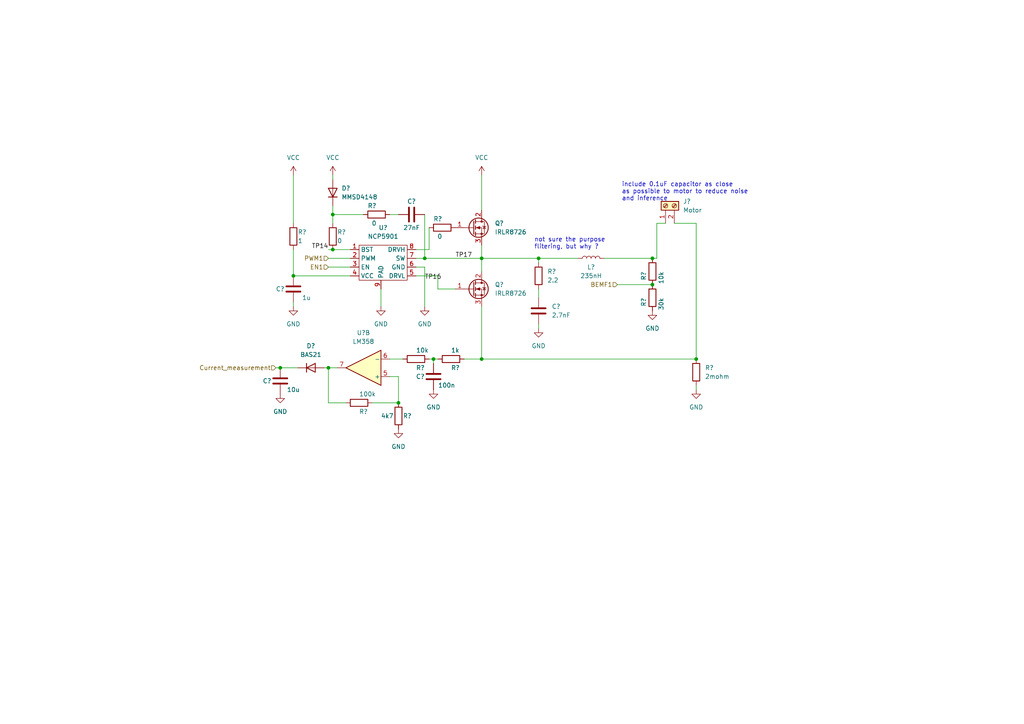
<source format=kicad_sch>
(kicad_sch (version 20211123) (generator eeschema)

  (uuid c4e99f79-f22c-4d14-a351-7dc4eeb7ad3d)

  (paper "A4")

  (lib_symbols
    (symbol "Amplifier_Operational:LM358" (pin_names (offset 0.127)) (in_bom yes) (on_board yes)
      (property "Reference" "U" (id 0) (at 0 5.08 0)
        (effects (font (size 1.27 1.27)) (justify left))
      )
      (property "Value" "LM358" (id 1) (at 0 -5.08 0)
        (effects (font (size 1.27 1.27)) (justify left))
      )
      (property "Footprint" "" (id 2) (at 0 0 0)
        (effects (font (size 1.27 1.27)) hide)
      )
      (property "Datasheet" "http://www.ti.com/lit/ds/symlink/lm2904-n.pdf" (id 3) (at 0 0 0)
        (effects (font (size 1.27 1.27)) hide)
      )
      (property "ki_locked" "" (id 4) (at 0 0 0)
        (effects (font (size 1.27 1.27)))
      )
      (property "ki_keywords" "dual opamp" (id 5) (at 0 0 0)
        (effects (font (size 1.27 1.27)) hide)
      )
      (property "ki_description" "Low-Power, Dual Operational Amplifiers, DIP-8/SOIC-8/TO-99-8" (id 6) (at 0 0 0)
        (effects (font (size 1.27 1.27)) hide)
      )
      (property "ki_fp_filters" "SOIC*3.9x4.9mm*P1.27mm* DIP*W7.62mm* TO*99* OnSemi*Micro8* TSSOP*3x3mm*P0.65mm* TSSOP*4.4x3mm*P0.65mm* MSOP*3x3mm*P0.65mm* SSOP*3.9x4.9mm*P0.635mm* LFCSP*2x2mm*P0.5mm* *SIP* SOIC*5.3x6.2mm*P1.27mm*" (id 7) (at 0 0 0)
        (effects (font (size 1.27 1.27)) hide)
      )
      (symbol "LM358_1_1"
        (polyline
          (pts
            (xy -5.08 5.08)
            (xy 5.08 0)
            (xy -5.08 -5.08)
            (xy -5.08 5.08)
          )
          (stroke (width 0.254) (type default) (color 0 0 0 0))
          (fill (type background))
        )
        (pin output line (at 7.62 0 180) (length 2.54)
          (name "~" (effects (font (size 1.27 1.27))))
          (number "1" (effects (font (size 1.27 1.27))))
        )
        (pin input line (at -7.62 -2.54 0) (length 2.54)
          (name "-" (effects (font (size 1.27 1.27))))
          (number "2" (effects (font (size 1.27 1.27))))
        )
        (pin input line (at -7.62 2.54 0) (length 2.54)
          (name "+" (effects (font (size 1.27 1.27))))
          (number "3" (effects (font (size 1.27 1.27))))
        )
      )
      (symbol "LM358_2_1"
        (polyline
          (pts
            (xy -5.08 5.08)
            (xy 5.08 0)
            (xy -5.08 -5.08)
            (xy -5.08 5.08)
          )
          (stroke (width 0.254) (type default) (color 0 0 0 0))
          (fill (type background))
        )
        (pin input line (at -7.62 2.54 0) (length 2.54)
          (name "+" (effects (font (size 1.27 1.27))))
          (number "5" (effects (font (size 1.27 1.27))))
        )
        (pin input line (at -7.62 -2.54 0) (length 2.54)
          (name "-" (effects (font (size 1.27 1.27))))
          (number "6" (effects (font (size 1.27 1.27))))
        )
        (pin output line (at 7.62 0 180) (length 2.54)
          (name "~" (effects (font (size 1.27 1.27))))
          (number "7" (effects (font (size 1.27 1.27))))
        )
      )
      (symbol "LM358_3_1"
        (pin power_in line (at -2.54 -7.62 90) (length 3.81)
          (name "V-" (effects (font (size 1.27 1.27))))
          (number "4" (effects (font (size 1.27 1.27))))
        )
        (pin power_in line (at -2.54 7.62 270) (length 3.81)
          (name "V+" (effects (font (size 1.27 1.27))))
          (number "8" (effects (font (size 1.27 1.27))))
        )
      )
    )
    (symbol "Connector:Screw_Terminal_01x02" (pin_names (offset 1.016) hide) (in_bom yes) (on_board yes)
      (property "Reference" "J" (id 0) (at 0 2.54 0)
        (effects (font (size 1.27 1.27)))
      )
      (property "Value" "Screw_Terminal_01x02" (id 1) (at 0 -5.08 0)
        (effects (font (size 1.27 1.27)))
      )
      (property "Footprint" "" (id 2) (at 0 0 0)
        (effects (font (size 1.27 1.27)) hide)
      )
      (property "Datasheet" "~" (id 3) (at 0 0 0)
        (effects (font (size 1.27 1.27)) hide)
      )
      (property "ki_keywords" "screw terminal" (id 4) (at 0 0 0)
        (effects (font (size 1.27 1.27)) hide)
      )
      (property "ki_description" "Generic screw terminal, single row, 01x02, script generated (kicad-library-utils/schlib/autogen/connector/)" (id 5) (at 0 0 0)
        (effects (font (size 1.27 1.27)) hide)
      )
      (property "ki_fp_filters" "TerminalBlock*:*" (id 6) (at 0 0 0)
        (effects (font (size 1.27 1.27)) hide)
      )
      (symbol "Screw_Terminal_01x02_1_1"
        (rectangle (start -1.27 1.27) (end 1.27 -3.81)
          (stroke (width 0.254) (type default) (color 0 0 0 0))
          (fill (type background))
        )
        (circle (center 0 -2.54) (radius 0.635)
          (stroke (width 0.1524) (type default) (color 0 0 0 0))
          (fill (type none))
        )
        (polyline
          (pts
            (xy -0.5334 -2.2098)
            (xy 0.3302 -3.048)
          )
          (stroke (width 0.1524) (type default) (color 0 0 0 0))
          (fill (type none))
        )
        (polyline
          (pts
            (xy -0.5334 0.3302)
            (xy 0.3302 -0.508)
          )
          (stroke (width 0.1524) (type default) (color 0 0 0 0))
          (fill (type none))
        )
        (polyline
          (pts
            (xy -0.3556 -2.032)
            (xy 0.508 -2.8702)
          )
          (stroke (width 0.1524) (type default) (color 0 0 0 0))
          (fill (type none))
        )
        (polyline
          (pts
            (xy -0.3556 0.508)
            (xy 0.508 -0.3302)
          )
          (stroke (width 0.1524) (type default) (color 0 0 0 0))
          (fill (type none))
        )
        (circle (center 0 0) (radius 0.635)
          (stroke (width 0.1524) (type default) (color 0 0 0 0))
          (fill (type none))
        )
        (pin passive line (at -5.08 0 0) (length 3.81)
          (name "Pin_1" (effects (font (size 1.27 1.27))))
          (number "1" (effects (font (size 1.27 1.27))))
        )
        (pin passive line (at -5.08 -2.54 0) (length 3.81)
          (name "Pin_2" (effects (font (size 1.27 1.27))))
          (number "2" (effects (font (size 1.27 1.27))))
        )
      )
    )
    (symbol "Device:C" (pin_numbers hide) (pin_names (offset 0.254)) (in_bom yes) (on_board yes)
      (property "Reference" "C" (id 0) (at 0.635 2.54 0)
        (effects (font (size 1.27 1.27)) (justify left))
      )
      (property "Value" "C" (id 1) (at 0.635 -2.54 0)
        (effects (font (size 1.27 1.27)) (justify left))
      )
      (property "Footprint" "" (id 2) (at 0.9652 -3.81 0)
        (effects (font (size 1.27 1.27)) hide)
      )
      (property "Datasheet" "~" (id 3) (at 0 0 0)
        (effects (font (size 1.27 1.27)) hide)
      )
      (property "ki_keywords" "cap capacitor" (id 4) (at 0 0 0)
        (effects (font (size 1.27 1.27)) hide)
      )
      (property "ki_description" "Unpolarized capacitor" (id 5) (at 0 0 0)
        (effects (font (size 1.27 1.27)) hide)
      )
      (property "ki_fp_filters" "C_*" (id 6) (at 0 0 0)
        (effects (font (size 1.27 1.27)) hide)
      )
      (symbol "C_0_1"
        (polyline
          (pts
            (xy -2.032 -0.762)
            (xy 2.032 -0.762)
          )
          (stroke (width 0.508) (type default) (color 0 0 0 0))
          (fill (type none))
        )
        (polyline
          (pts
            (xy -2.032 0.762)
            (xy 2.032 0.762)
          )
          (stroke (width 0.508) (type default) (color 0 0 0 0))
          (fill (type none))
        )
      )
      (symbol "C_1_1"
        (pin passive line (at 0 3.81 270) (length 2.794)
          (name "~" (effects (font (size 1.27 1.27))))
          (number "1" (effects (font (size 1.27 1.27))))
        )
        (pin passive line (at 0 -3.81 90) (length 2.794)
          (name "~" (effects (font (size 1.27 1.27))))
          (number "2" (effects (font (size 1.27 1.27))))
        )
      )
    )
    (symbol "Device:L" (pin_numbers hide) (pin_names (offset 1.016) hide) (in_bom yes) (on_board yes)
      (property "Reference" "L" (id 0) (at -1.27 0 90)
        (effects (font (size 1.27 1.27)))
      )
      (property "Value" "L" (id 1) (at 1.905 0 90)
        (effects (font (size 1.27 1.27)))
      )
      (property "Footprint" "" (id 2) (at 0 0 0)
        (effects (font (size 1.27 1.27)) hide)
      )
      (property "Datasheet" "~" (id 3) (at 0 0 0)
        (effects (font (size 1.27 1.27)) hide)
      )
      (property "ki_keywords" "inductor choke coil reactor magnetic" (id 4) (at 0 0 0)
        (effects (font (size 1.27 1.27)) hide)
      )
      (property "ki_description" "Inductor" (id 5) (at 0 0 0)
        (effects (font (size 1.27 1.27)) hide)
      )
      (property "ki_fp_filters" "Choke_* *Coil* Inductor_* L_*" (id 6) (at 0 0 0)
        (effects (font (size 1.27 1.27)) hide)
      )
      (symbol "L_0_1"
        (arc (start 0 -2.54) (mid 0.635 -1.905) (end 0 -1.27)
          (stroke (width 0) (type default) (color 0 0 0 0))
          (fill (type none))
        )
        (arc (start 0 -1.27) (mid 0.635 -0.635) (end 0 0)
          (stroke (width 0) (type default) (color 0 0 0 0))
          (fill (type none))
        )
        (arc (start 0 0) (mid 0.635 0.635) (end 0 1.27)
          (stroke (width 0) (type default) (color 0 0 0 0))
          (fill (type none))
        )
        (arc (start 0 1.27) (mid 0.635 1.905) (end 0 2.54)
          (stroke (width 0) (type default) (color 0 0 0 0))
          (fill (type none))
        )
      )
      (symbol "L_1_1"
        (pin passive line (at 0 3.81 270) (length 1.27)
          (name "1" (effects (font (size 1.27 1.27))))
          (number "1" (effects (font (size 1.27 1.27))))
        )
        (pin passive line (at 0 -3.81 90) (length 1.27)
          (name "2" (effects (font (size 1.27 1.27))))
          (number "2" (effects (font (size 1.27 1.27))))
        )
      )
    )
    (symbol "Device:Q_NMOS_GDS" (pin_names (offset 0) hide) (in_bom yes) (on_board yes)
      (property "Reference" "Q" (id 0) (at 5.08 1.27 0)
        (effects (font (size 1.27 1.27)) (justify left))
      )
      (property "Value" "Q_NMOS_GDS" (id 1) (at 5.08 -1.27 0)
        (effects (font (size 1.27 1.27)) (justify left))
      )
      (property "Footprint" "" (id 2) (at 5.08 2.54 0)
        (effects (font (size 1.27 1.27)) hide)
      )
      (property "Datasheet" "~" (id 3) (at 0 0 0)
        (effects (font (size 1.27 1.27)) hide)
      )
      (property "ki_keywords" "transistor NMOS N-MOS N-MOSFET" (id 4) (at 0 0 0)
        (effects (font (size 1.27 1.27)) hide)
      )
      (property "ki_description" "N-MOSFET transistor, gate/drain/source" (id 5) (at 0 0 0)
        (effects (font (size 1.27 1.27)) hide)
      )
      (symbol "Q_NMOS_GDS_0_1"
        (polyline
          (pts
            (xy 0.254 0)
            (xy -2.54 0)
          )
          (stroke (width 0) (type default) (color 0 0 0 0))
          (fill (type none))
        )
        (polyline
          (pts
            (xy 0.254 1.905)
            (xy 0.254 -1.905)
          )
          (stroke (width 0.254) (type default) (color 0 0 0 0))
          (fill (type none))
        )
        (polyline
          (pts
            (xy 0.762 -1.27)
            (xy 0.762 -2.286)
          )
          (stroke (width 0.254) (type default) (color 0 0 0 0))
          (fill (type none))
        )
        (polyline
          (pts
            (xy 0.762 0.508)
            (xy 0.762 -0.508)
          )
          (stroke (width 0.254) (type default) (color 0 0 0 0))
          (fill (type none))
        )
        (polyline
          (pts
            (xy 0.762 2.286)
            (xy 0.762 1.27)
          )
          (stroke (width 0.254) (type default) (color 0 0 0 0))
          (fill (type none))
        )
        (polyline
          (pts
            (xy 2.54 2.54)
            (xy 2.54 1.778)
          )
          (stroke (width 0) (type default) (color 0 0 0 0))
          (fill (type none))
        )
        (polyline
          (pts
            (xy 2.54 -2.54)
            (xy 2.54 0)
            (xy 0.762 0)
          )
          (stroke (width 0) (type default) (color 0 0 0 0))
          (fill (type none))
        )
        (polyline
          (pts
            (xy 0.762 -1.778)
            (xy 3.302 -1.778)
            (xy 3.302 1.778)
            (xy 0.762 1.778)
          )
          (stroke (width 0) (type default) (color 0 0 0 0))
          (fill (type none))
        )
        (polyline
          (pts
            (xy 1.016 0)
            (xy 2.032 0.381)
            (xy 2.032 -0.381)
            (xy 1.016 0)
          )
          (stroke (width 0) (type default) (color 0 0 0 0))
          (fill (type outline))
        )
        (polyline
          (pts
            (xy 2.794 0.508)
            (xy 2.921 0.381)
            (xy 3.683 0.381)
            (xy 3.81 0.254)
          )
          (stroke (width 0) (type default) (color 0 0 0 0))
          (fill (type none))
        )
        (polyline
          (pts
            (xy 3.302 0.381)
            (xy 2.921 -0.254)
            (xy 3.683 -0.254)
            (xy 3.302 0.381)
          )
          (stroke (width 0) (type default) (color 0 0 0 0))
          (fill (type none))
        )
        (circle (center 1.651 0) (radius 2.794)
          (stroke (width 0.254) (type default) (color 0 0 0 0))
          (fill (type none))
        )
        (circle (center 2.54 -1.778) (radius 0.254)
          (stroke (width 0) (type default) (color 0 0 0 0))
          (fill (type outline))
        )
        (circle (center 2.54 1.778) (radius 0.254)
          (stroke (width 0) (type default) (color 0 0 0 0))
          (fill (type outline))
        )
      )
      (symbol "Q_NMOS_GDS_1_1"
        (pin input line (at -5.08 0 0) (length 2.54)
          (name "G" (effects (font (size 1.27 1.27))))
          (number "1" (effects (font (size 1.27 1.27))))
        )
        (pin passive line (at 2.54 5.08 270) (length 2.54)
          (name "D" (effects (font (size 1.27 1.27))))
          (number "2" (effects (font (size 1.27 1.27))))
        )
        (pin passive line (at 2.54 -5.08 90) (length 2.54)
          (name "S" (effects (font (size 1.27 1.27))))
          (number "3" (effects (font (size 1.27 1.27))))
        )
      )
    )
    (symbol "Device:R" (pin_numbers hide) (pin_names (offset 0)) (in_bom yes) (on_board yes)
      (property "Reference" "R" (id 0) (at 2.032 0 90)
        (effects (font (size 1.27 1.27)))
      )
      (property "Value" "R" (id 1) (at 0 0 90)
        (effects (font (size 1.27 1.27)))
      )
      (property "Footprint" "" (id 2) (at -1.778 0 90)
        (effects (font (size 1.27 1.27)) hide)
      )
      (property "Datasheet" "~" (id 3) (at 0 0 0)
        (effects (font (size 1.27 1.27)) hide)
      )
      (property "ki_keywords" "R res resistor" (id 4) (at 0 0 0)
        (effects (font (size 1.27 1.27)) hide)
      )
      (property "ki_description" "Resistor" (id 5) (at 0 0 0)
        (effects (font (size 1.27 1.27)) hide)
      )
      (property "ki_fp_filters" "R_*" (id 6) (at 0 0 0)
        (effects (font (size 1.27 1.27)) hide)
      )
      (symbol "R_0_1"
        (rectangle (start -1.016 -2.54) (end 1.016 2.54)
          (stroke (width 0.254) (type default) (color 0 0 0 0))
          (fill (type none))
        )
      )
      (symbol "R_1_1"
        (pin passive line (at 0 3.81 270) (length 1.27)
          (name "~" (effects (font (size 1.27 1.27))))
          (number "1" (effects (font (size 1.27 1.27))))
        )
        (pin passive line (at 0 -3.81 90) (length 1.27)
          (name "~" (effects (font (size 1.27 1.27))))
          (number "2" (effects (font (size 1.27 1.27))))
        )
      )
    )
    (symbol "Diode:BAS21" (pin_numbers hide) (pin_names hide) (in_bom yes) (on_board yes)
      (property "Reference" "D" (id 0) (at 0 2.54 0)
        (effects (font (size 1.27 1.27)))
      )
      (property "Value" "BAS21" (id 1) (at 0 -2.54 0)
        (effects (font (size 1.27 1.27)))
      )
      (property "Footprint" "Package_TO_SOT_SMD:SOT-23" (id 2) (at 0 -4.445 0)
        (effects (font (size 1.27 1.27)) hide)
      )
      (property "Datasheet" "https://www.diodes.com/assets/Datasheets/Ds12004.pdf" (id 3) (at 0 0 0)
        (effects (font (size 1.27 1.27)) hide)
      )
      (property "ki_keywords" "diode" (id 4) (at 0 0 0)
        (effects (font (size 1.27 1.27)) hide)
      )
      (property "ki_description" "250V, 0.4A, High-speed Switching Diode, SOT-23" (id 5) (at 0 0 0)
        (effects (font (size 1.27 1.27)) hide)
      )
      (property "ki_fp_filters" "SOT?23*" (id 6) (at 0 0 0)
        (effects (font (size 1.27 1.27)) hide)
      )
      (symbol "BAS21_0_1"
        (polyline
          (pts
            (xy -1.27 1.27)
            (xy -1.27 -1.27)
          )
          (stroke (width 0.254) (type default) (color 0 0 0 0))
          (fill (type none))
        )
        (polyline
          (pts
            (xy 1.27 0)
            (xy -1.27 0)
          )
          (stroke (width 0) (type default) (color 0 0 0 0))
          (fill (type none))
        )
        (polyline
          (pts
            (xy 1.27 1.27)
            (xy 1.27 -1.27)
            (xy -1.27 0)
            (xy 1.27 1.27)
          )
          (stroke (width 0.254) (type default) (color 0 0 0 0))
          (fill (type none))
        )
      )
      (symbol "BAS21_1_1"
        (pin passive line (at 3.81 0 180) (length 2.54)
          (name "A" (effects (font (size 1.27 1.27))))
          (number "1" (effects (font (size 1.27 1.27))))
        )
        (pin no_connect line (at -1.27 0 0) (length 2.54) hide
          (name "NC" (effects (font (size 1.27 1.27))))
          (number "2" (effects (font (size 1.27 1.27))))
        )
        (pin passive line (at -3.81 0 0) (length 2.54)
          (name "K" (effects (font (size 1.27 1.27))))
          (number "3" (effects (font (size 1.27 1.27))))
        )
      )
    )
    (symbol "Diode:MMSD4148" (pin_numbers hide) (pin_names (offset 1.016) hide) (in_bom yes) (on_board yes)
      (property "Reference" "D" (id 0) (at 0 2.54 0)
        (effects (font (size 1.27 1.27)))
      )
      (property "Value" "MMSD4148" (id 1) (at 0 -2.54 0)
        (effects (font (size 1.27 1.27)))
      )
      (property "Footprint" "Diode_SMD:D_SOD-123" (id 2) (at 0 -4.445 0)
        (effects (font (size 1.27 1.27)) hide)
      )
      (property "Datasheet" "https://www.onsemi.com/pub/Collateral/MMSD4148T1-D.PDF" (id 3) (at 0 0 0)
        (effects (font (size 1.27 1.27)) hide)
      )
      (property "ki_keywords" "diode" (id 4) (at 0 0 0)
        (effects (font (size 1.27 1.27)) hide)
      )
      (property "ki_description" "100V 200mA Switching Diode, SOD-123" (id 5) (at 0 0 0)
        (effects (font (size 1.27 1.27)) hide)
      )
      (property "ki_fp_filters" "D*SOD?123*" (id 6) (at 0 0 0)
        (effects (font (size 1.27 1.27)) hide)
      )
      (symbol "MMSD4148_0_1"
        (polyline
          (pts
            (xy -1.27 1.27)
            (xy -1.27 -1.27)
          )
          (stroke (width 0.254) (type default) (color 0 0 0 0))
          (fill (type none))
        )
        (polyline
          (pts
            (xy 1.27 0)
            (xy -1.27 0)
          )
          (stroke (width 0) (type default) (color 0 0 0 0))
          (fill (type none))
        )
        (polyline
          (pts
            (xy 1.27 1.27)
            (xy 1.27 -1.27)
            (xy -1.27 0)
            (xy 1.27 1.27)
          )
          (stroke (width 0.254) (type default) (color 0 0 0 0))
          (fill (type none))
        )
      )
      (symbol "MMSD4148_1_1"
        (pin passive line (at -3.81 0 0) (length 2.54)
          (name "K" (effects (font (size 1.27 1.27))))
          (number "1" (effects (font (size 1.27 1.27))))
        )
        (pin passive line (at 3.81 0 180) (length 2.54)
          (name "A" (effects (font (size 1.27 1.27))))
          (number "2" (effects (font (size 1.27 1.27))))
        )
      )
    )
    (symbol "NCP5901_1" (in_bom yes) (on_board yes)
      (property "Reference" "U?" (id 0) (at 0 2.54 0)
        (effects (font (size 1.27 1.27)))
      )
      (property "Value" "NCP5901_1" (id 1) (at 1.27 5.08 0)
        (effects (font (size 1.27 1.27)))
      )
      (property "Footprint" "" (id 2) (at -1.27 10.16 0)
        (effects (font (size 1.27 1.27)) hide)
      )
      (property "Datasheet" "" (id 3) (at -1.27 10.16 0)
        (effects (font (size 1.27 1.27)) hide)
      )
      (symbol "NCP5901_1_0_1"
        (rectangle (start -6.35 3.81) (end 7.62 -6.35)
          (stroke (width 0) (type default) (color 0 0 0 0))
          (fill (type none))
        )
      )
      (symbol "NCP5901_1_1_1"
        (pin input line (at -8.89 2.54 0) (length 2.54)
          (name "BST" (effects (font (size 1.27 1.27))))
          (number "1" (effects (font (size 1.27 1.27))))
        )
        (pin input line (at -8.89 0 0) (length 2.54)
          (name "PWM" (effects (font (size 1.27 1.27))))
          (number "2" (effects (font (size 1.27 1.27))))
        )
        (pin input line (at -8.89 -2.54 0) (length 2.54)
          (name "EN" (effects (font (size 1.27 1.27))))
          (number "3" (effects (font (size 1.27 1.27))))
        )
        (pin input line (at -8.89 -5.08 0) (length 2.54)
          (name "VCC" (effects (font (size 1.27 1.27))))
          (number "4" (effects (font (size 1.27 1.27))))
        )
        (pin input line (at 10.16 -5.08 180) (length 2.54)
          (name "DRVL" (effects (font (size 1.27 1.27))))
          (number "5" (effects (font (size 1.27 1.27))))
        )
        (pin input line (at 10.16 -2.54 180) (length 2.54)
          (name "GND" (effects (font (size 1.27 1.27))))
          (number "6" (effects (font (size 1.27 1.27))))
        )
        (pin input line (at 10.16 0 180) (length 2.54)
          (name "SW" (effects (font (size 1.27 1.27))))
          (number "7" (effects (font (size 1.27 1.27))))
        )
        (pin input line (at 10.16 2.54 180) (length 2.54)
          (name "DRVH" (effects (font (size 1.27 1.27))))
          (number "8" (effects (font (size 1.27 1.27))))
        )
        (pin input line (at 0 -8.89 90) (length 2.54)
          (name "PAD" (effects (font (size 1.27 1.27))))
          (number "9" (effects (font (size 1.27 1.27))))
        )
      )
    )
    (symbol "power:GND" (power) (pin_names (offset 0)) (in_bom yes) (on_board yes)
      (property "Reference" "#PWR" (id 0) (at 0 -6.35 0)
        (effects (font (size 1.27 1.27)) hide)
      )
      (property "Value" "GND" (id 1) (at 0 -3.81 0)
        (effects (font (size 1.27 1.27)))
      )
      (property "Footprint" "" (id 2) (at 0 0 0)
        (effects (font (size 1.27 1.27)) hide)
      )
      (property "Datasheet" "" (id 3) (at 0 0 0)
        (effects (font (size 1.27 1.27)) hide)
      )
      (property "ki_keywords" "power-flag" (id 4) (at 0 0 0)
        (effects (font (size 1.27 1.27)) hide)
      )
      (property "ki_description" "Power symbol creates a global label with name \"GND\" , ground" (id 5) (at 0 0 0)
        (effects (font (size 1.27 1.27)) hide)
      )
      (symbol "GND_0_1"
        (polyline
          (pts
            (xy 0 0)
            (xy 0 -1.27)
            (xy 1.27 -1.27)
            (xy 0 -2.54)
            (xy -1.27 -1.27)
            (xy 0 -1.27)
          )
          (stroke (width 0) (type default) (color 0 0 0 0))
          (fill (type none))
        )
      )
      (symbol "GND_1_1"
        (pin power_in line (at 0 0 270) (length 0) hide
          (name "GND" (effects (font (size 1.27 1.27))))
          (number "1" (effects (font (size 1.27 1.27))))
        )
      )
    )
    (symbol "power:VCC" (power) (pin_names (offset 0)) (in_bom yes) (on_board yes)
      (property "Reference" "#PWR" (id 0) (at 0 -3.81 0)
        (effects (font (size 1.27 1.27)) hide)
      )
      (property "Value" "VCC" (id 1) (at 0 3.81 0)
        (effects (font (size 1.27 1.27)))
      )
      (property "Footprint" "" (id 2) (at 0 0 0)
        (effects (font (size 1.27 1.27)) hide)
      )
      (property "Datasheet" "" (id 3) (at 0 0 0)
        (effects (font (size 1.27 1.27)) hide)
      )
      (property "ki_keywords" "power-flag" (id 4) (at 0 0 0)
        (effects (font (size 1.27 1.27)) hide)
      )
      (property "ki_description" "Power symbol creates a global label with name \"VCC\"" (id 5) (at 0 0 0)
        (effects (font (size 1.27 1.27)) hide)
      )
      (symbol "VCC_0_1"
        (polyline
          (pts
            (xy -0.762 1.27)
            (xy 0 2.54)
          )
          (stroke (width 0) (type default) (color 0 0 0 0))
          (fill (type none))
        )
        (polyline
          (pts
            (xy 0 0)
            (xy 0 2.54)
          )
          (stroke (width 0) (type default) (color 0 0 0 0))
          (fill (type none))
        )
        (polyline
          (pts
            (xy 0 2.54)
            (xy 0.762 1.27)
          )
          (stroke (width 0) (type default) (color 0 0 0 0))
          (fill (type none))
        )
      )
      (symbol "VCC_1_1"
        (pin power_in line (at 0 0 90) (length 0) hide
          (name "VCC" (effects (font (size 1.27 1.27))))
          (number "1" (effects (font (size 1.27 1.27))))
        )
      )
    )
  )

  (junction (at 123.19 74.93) (diameter 0) (color 0 0 0 0)
    (uuid 03a6a5e6-4ebb-46e5-ac51-49423ce7b71a)
  )
  (junction (at 96.52 72.39) (diameter 0) (color 0 0 0 0)
    (uuid 14f5cc6a-5348-45eb-b5ad-659e6275c2a3)
  )
  (junction (at 125.73 104.14) (diameter 0) (color 0 0 0 0)
    (uuid 20ffac99-f35f-4c47-806d-9f3ac6408964)
  )
  (junction (at 85.09 80.01) (diameter 0) (color 0 0 0 0)
    (uuid 3f21b4cf-050a-4447-b134-099665ac42b3)
  )
  (junction (at 115.57 116.84) (diameter 0) (color 0 0 0 0)
    (uuid 45d47fe3-c3b2-4d4e-9838-f8329e5211af)
  )
  (junction (at 139.7 104.14) (diameter 0) (color 0 0 0 0)
    (uuid 4ba59ae1-c771-4d01-8640-2f033ecbc1a3)
  )
  (junction (at 189.23 74.93) (diameter 0) (color 0 0 0 0)
    (uuid 525ab6b7-6e3e-4588-9f9e-70a98853cb65)
  )
  (junction (at 156.21 74.93) (diameter 0) (color 0 0 0 0)
    (uuid 5d9c1ec3-1d4c-4767-8cad-930f8d9b4f6d)
  )
  (junction (at 96.52 62.23) (diameter 0) (color 0 0 0 0)
    (uuid 6352b0cf-5a97-4db6-adc4-a7734abccdb4)
  )
  (junction (at 139.7 74.93) (diameter 0) (color 0 0 0 0)
    (uuid 66122b22-3143-4233-8367-cb78f05766e1)
  )
  (junction (at 81.28 106.68) (diameter 0) (color 0 0 0 0)
    (uuid 6c333931-b919-4147-bace-28e5059ce9c3)
  )
  (junction (at 201.93 104.14) (diameter 0) (color 0 0 0 0)
    (uuid c0980a3a-5e8a-4941-a41f-2e7db7f2dd26)
  )
  (junction (at 95.25 106.68) (diameter 0) (color 0 0 0 0)
    (uuid ce489faf-45da-44c4-8c7e-abb7ca7b8c49)
  )
  (junction (at 189.23 82.55) (diameter 0) (color 0 0 0 0)
    (uuid d3db940d-d680-4c8c-a956-456b1bd418d6)
  )

  (wire (pts (xy 85.09 50.8) (xy 85.09 64.77))
    (stroke (width 0) (type default) (color 0 0 0 0))
    (uuid 0821a91e-fde1-44d5-88cf-a4d34bf8cfc6)
  )
  (wire (pts (xy 85.09 80.01) (xy 101.6 80.01))
    (stroke (width 0) (type default) (color 0 0 0 0))
    (uuid 0cf22a85-bbe7-4e49-8b9d-5af6fb573401)
  )
  (wire (pts (xy 139.7 74.93) (xy 156.21 74.93))
    (stroke (width 0) (type default) (color 0 0 0 0))
    (uuid 0fc9cd0a-15af-491c-929b-5003830ca128)
  )
  (wire (pts (xy 189.23 74.93) (xy 190.5 74.93))
    (stroke (width 0) (type default) (color 0 0 0 0))
    (uuid 132cd136-1759-41c1-8c6c-9d3fe0f460e7)
  )
  (wire (pts (xy 123.19 74.93) (xy 123.19 62.23))
    (stroke (width 0) (type default) (color 0 0 0 0))
    (uuid 18acb492-716a-494a-8929-3c7f63cb2f8a)
  )
  (wire (pts (xy 127 80.01) (xy 127 83.82))
    (stroke (width 0) (type default) (color 0 0 0 0))
    (uuid 1a80f660-25f3-48e8-952f-89111a33a38f)
  )
  (wire (pts (xy 156.21 93.98) (xy 156.21 95.25))
    (stroke (width 0) (type default) (color 0 0 0 0))
    (uuid 23c57a6e-6e75-43b7-9642-13b553203c82)
  )
  (wire (pts (xy 190.5 64.77) (xy 190.5 74.93))
    (stroke (width 0) (type default) (color 0 0 0 0))
    (uuid 2753a843-09ac-4d9f-a31e-5bdc9d33b084)
  )
  (wire (pts (xy 195.58 64.77) (xy 201.93 64.77))
    (stroke (width 0) (type default) (color 0 0 0 0))
    (uuid 2aff06dd-c3b5-493d-8fad-7986d0698162)
  )
  (wire (pts (xy 95.25 116.84) (xy 95.25 106.68))
    (stroke (width 0) (type default) (color 0 0 0 0))
    (uuid 2da5122d-30e0-41a8-956b-85b0d9b592f6)
  )
  (wire (pts (xy 113.03 104.14) (xy 116.84 104.14))
    (stroke (width 0) (type default) (color 0 0 0 0))
    (uuid 33979a0c-6b52-42cf-84eb-c3448a556a70)
  )
  (wire (pts (xy 201.93 111.76) (xy 201.93 113.03))
    (stroke (width 0) (type default) (color 0 0 0 0))
    (uuid 33bbc9d3-39b9-4207-9ca9-3267abb638e9)
  )
  (wire (pts (xy 120.65 74.93) (xy 123.19 74.93))
    (stroke (width 0) (type default) (color 0 0 0 0))
    (uuid 33f3a99a-8df0-41a5-be2d-1e3400ca68bb)
  )
  (wire (pts (xy 125.73 104.14) (xy 125.73 105.41))
    (stroke (width 0) (type default) (color 0 0 0 0))
    (uuid 3751595f-15d4-4887-84f0-83a062670f9c)
  )
  (wire (pts (xy 134.62 104.14) (xy 139.7 104.14))
    (stroke (width 0) (type default) (color 0 0 0 0))
    (uuid 3d46c041-56e9-4ac4-9841-b3a2c0f4e45e)
  )
  (wire (pts (xy 139.7 104.14) (xy 201.93 104.14))
    (stroke (width 0) (type default) (color 0 0 0 0))
    (uuid 418932ac-a1df-4fa2-abb2-8e70468d9e1c)
  )
  (wire (pts (xy 107.95 116.84) (xy 115.57 116.84))
    (stroke (width 0) (type default) (color 0 0 0 0))
    (uuid 4335abfb-00af-4766-93d5-d969c1b34ab0)
  )
  (wire (pts (xy 101.6 77.47) (xy 95.25 77.47))
    (stroke (width 0) (type default) (color 0 0 0 0))
    (uuid 44b8d4ec-c03f-487f-a782-f28083ef97a1)
  )
  (wire (pts (xy 179.07 82.55) (xy 189.23 82.55))
    (stroke (width 0) (type default) (color 0 0 0 0))
    (uuid 47cdf3be-aa0f-41b7-8541-8035650069a2)
  )
  (wire (pts (xy 127 83.82) (xy 132.08 83.82))
    (stroke (width 0) (type default) (color 0 0 0 0))
    (uuid 4ece50fa-7005-4669-adf7-9a16194f398a)
  )
  (wire (pts (xy 96.52 59.69) (xy 96.52 62.23))
    (stroke (width 0) (type default) (color 0 0 0 0))
    (uuid 500bf1cc-1e23-4472-9732-bac9dff01169)
  )
  (wire (pts (xy 110.49 88.9) (xy 110.49 83.82))
    (stroke (width 0) (type default) (color 0 0 0 0))
    (uuid 51bc7546-cbea-470a-bfcb-022afc860951)
  )
  (wire (pts (xy 127 104.14) (xy 125.73 104.14))
    (stroke (width 0) (type default) (color 0 0 0 0))
    (uuid 5a83c478-c98d-4120-9ecb-99e35fd2c85e)
  )
  (wire (pts (xy 96.52 62.23) (xy 96.52 64.77))
    (stroke (width 0) (type default) (color 0 0 0 0))
    (uuid 6487f2a2-e341-4174-9366-c62c0c740499)
  )
  (wire (pts (xy 96.52 50.8) (xy 96.52 52.07))
    (stroke (width 0) (type default) (color 0 0 0 0))
    (uuid 665a0625-20d9-42ae-a457-11d25aa5ed0f)
  )
  (wire (pts (xy 101.6 74.93) (xy 95.25 74.93))
    (stroke (width 0) (type default) (color 0 0 0 0))
    (uuid 6cc074b7-109d-46b1-af77-520b106aec05)
  )
  (wire (pts (xy 139.7 71.12) (xy 139.7 74.93))
    (stroke (width 0) (type default) (color 0 0 0 0))
    (uuid 7080533c-bf98-4985-a97e-c3db62cc0d61)
  )
  (wire (pts (xy 201.93 64.77) (xy 201.93 104.14))
    (stroke (width 0) (type default) (color 0 0 0 0))
    (uuid 73af1dd6-da80-4911-b66d-f106c0c35939)
  )
  (wire (pts (xy 123.19 74.93) (xy 139.7 74.93))
    (stroke (width 0) (type default) (color 0 0 0 0))
    (uuid 741d7623-cf63-4dae-a654-2b503453e65e)
  )
  (wire (pts (xy 80.01 106.68) (xy 81.28 106.68))
    (stroke (width 0) (type default) (color 0 0 0 0))
    (uuid 801dd6d5-4bdb-4bb9-be36-9cf40103594e)
  )
  (wire (pts (xy 95.25 106.68) (xy 97.79 106.68))
    (stroke (width 0) (type default) (color 0 0 0 0))
    (uuid 829a469e-e611-40c6-8458-403978c06ccf)
  )
  (wire (pts (xy 93.98 106.68) (xy 95.25 106.68))
    (stroke (width 0) (type default) (color 0 0 0 0))
    (uuid 83105dfd-eb39-433b-8ada-7c8a08960009)
  )
  (wire (pts (xy 120.65 72.39) (xy 124.46 72.39))
    (stroke (width 0) (type default) (color 0 0 0 0))
    (uuid 832f2ebe-661f-4bd6-92dc-9b89c5810828)
  )
  (wire (pts (xy 139.7 50.8) (xy 139.7 60.96))
    (stroke (width 0) (type default) (color 0 0 0 0))
    (uuid 893e8665-4cbe-4be0-8897-2e49f5ae61c0)
  )
  (wire (pts (xy 123.19 77.47) (xy 123.19 88.9))
    (stroke (width 0) (type default) (color 0 0 0 0))
    (uuid 8f2a9f1d-6071-4c8d-ae1f-21b0fcea3cbe)
  )
  (wire (pts (xy 124.46 104.14) (xy 125.73 104.14))
    (stroke (width 0) (type default) (color 0 0 0 0))
    (uuid 9359ae8e-2692-4ce0-b8af-090e61ba9565)
  )
  (wire (pts (xy 95.25 116.84) (xy 100.33 116.84))
    (stroke (width 0) (type default) (color 0 0 0 0))
    (uuid 96c0525e-ecca-49e6-9d10-a5f002497f2d)
  )
  (wire (pts (xy 139.7 88.9) (xy 139.7 104.14))
    (stroke (width 0) (type default) (color 0 0 0 0))
    (uuid 97fecf05-5c81-440b-89af-81913c97f06d)
  )
  (wire (pts (xy 95.25 72.39) (xy 96.52 72.39))
    (stroke (width 0) (type default) (color 0 0 0 0))
    (uuid 9d6c0e19-c261-4b44-b2b7-67291831397d)
  )
  (wire (pts (xy 81.28 106.68) (xy 86.36 106.68))
    (stroke (width 0) (type default) (color 0 0 0 0))
    (uuid a088564d-45e9-4a1e-97e5-e0f250e57974)
  )
  (wire (pts (xy 124.46 72.39) (xy 124.46 66.04))
    (stroke (width 0) (type default) (color 0 0 0 0))
    (uuid a41891fb-b44b-4044-ad78-9ecd7aa1abfd)
  )
  (wire (pts (xy 105.41 62.23) (xy 96.52 62.23))
    (stroke (width 0) (type default) (color 0 0 0 0))
    (uuid a4a99814-ca25-44e5-91d9-97876b50e1d6)
  )
  (wire (pts (xy 139.7 74.93) (xy 139.7 78.74))
    (stroke (width 0) (type default) (color 0 0 0 0))
    (uuid a6457385-4831-4835-8cfc-494bd07a5c8a)
  )
  (wire (pts (xy 113.03 62.23) (xy 115.57 62.23))
    (stroke (width 0) (type default) (color 0 0 0 0))
    (uuid a8eed9d5-941d-4c89-b477-a6eb3b4a6928)
  )
  (wire (pts (xy 85.09 72.39) (xy 85.09 80.01))
    (stroke (width 0) (type default) (color 0 0 0 0))
    (uuid c1c0faec-45ef-4cd7-af59-f984145d1eda)
  )
  (wire (pts (xy 190.5 64.77) (xy 193.04 64.77))
    (stroke (width 0) (type default) (color 0 0 0 0))
    (uuid c76da699-4e7d-4fca-80d1-ac8a88d44ceb)
  )
  (wire (pts (xy 115.57 109.22) (xy 115.57 116.84))
    (stroke (width 0) (type default) (color 0 0 0 0))
    (uuid c868c01c-0094-4f20-96cb-cf6c9c2fba92)
  )
  (wire (pts (xy 156.21 74.93) (xy 156.21 76.2))
    (stroke (width 0) (type default) (color 0 0 0 0))
    (uuid cfdfa8c8-35d8-45dc-a3f3-e836c8fa5543)
  )
  (wire (pts (xy 85.09 87.63) (xy 85.09 88.9))
    (stroke (width 0) (type default) (color 0 0 0 0))
    (uuid d65ededf-c841-4980-aeb1-a27b29ac0fa0)
  )
  (wire (pts (xy 120.65 77.47) (xy 123.19 77.47))
    (stroke (width 0) (type default) (color 0 0 0 0))
    (uuid d7185d8f-f1ed-43c8-be92-ad06fe24cde5)
  )
  (wire (pts (xy 96.52 72.39) (xy 101.6 72.39))
    (stroke (width 0) (type default) (color 0 0 0 0))
    (uuid e380a932-e6d6-41dc-80db-71ed1bdbd97d)
  )
  (wire (pts (xy 113.03 109.22) (xy 115.57 109.22))
    (stroke (width 0) (type default) (color 0 0 0 0))
    (uuid e5ea4cfb-2814-4a1f-9349-5d3f72d0a280)
  )
  (wire (pts (xy 156.21 83.82) (xy 156.21 86.36))
    (stroke (width 0) (type default) (color 0 0 0 0))
    (uuid ef0db0ce-f634-46ae-bf56-53d81139ca87)
  )
  (wire (pts (xy 120.65 80.01) (xy 127 80.01))
    (stroke (width 0) (type default) (color 0 0 0 0))
    (uuid f37bf3bd-4b63-4819-bd5a-c1246efc8995)
  )
  (wire (pts (xy 175.26 74.93) (xy 189.23 74.93))
    (stroke (width 0) (type default) (color 0 0 0 0))
    (uuid f5d3e87b-336f-4f9e-a70f-dcddd04e0227)
  )
  (wire (pts (xy 167.64 74.93) (xy 156.21 74.93))
    (stroke (width 0) (type default) (color 0 0 0 0))
    (uuid fa304a79-627e-40e2-957a-9c1bf1736039)
  )

  (text "include 0.1uF capacitor as close \nas possible to motor to reduce noise\nand inference"
    (at 180.34 58.42 0)
    (effects (font (size 1.27 1.27)) (justify left bottom))
    (uuid 25ddec48-21c9-4b5d-b76e-b52c28d4ff9f)
  )
  (text "not sure the purpose\nflitering, but why ?" (at 154.94 72.39 0)
    (effects (font (size 1.27 1.27)) (justify left bottom))
    (uuid d987cd19-4158-4a5e-908e-0586d4a99558)
  )

  (label "TP17" (at 132.08 74.93 0)
    (effects (font (size 1.27 1.27)) (justify left bottom))
    (uuid 251ea477-ca8d-410f-b1b3-02b065cc3063)
  )
  (label "TP16" (at 123.19 81.28 0)
    (effects (font (size 1.27 1.27)) (justify left bottom))
    (uuid 6966f764-6ca2-4e01-9975-ec7c81888a01)
  )
  (label "TP14" (at 95.25 72.39 180)
    (effects (font (size 1.27 1.27)) (justify right bottom))
    (uuid 79638acd-11a1-42ca-9b86-cfa442cf03dc)
  )

  (hierarchical_label "Current_measurement" (shape input) (at 80.01 106.68 180)
    (effects (font (size 1.27 1.27)) (justify right))
    (uuid 45ad7f60-1586-4f9d-8d3f-b30fe236e006)
  )
  (hierarchical_label "PWM1" (shape input) (at 95.25 74.93 180)
    (effects (font (size 1.27 1.27)) (justify right))
    (uuid 8f64c385-bb9a-4fa5-8de4-2aef346c27bd)
  )
  (hierarchical_label "BEMF1" (shape input) (at 179.07 82.55 180)
    (effects (font (size 1.27 1.27)) (justify right))
    (uuid a8bf04f8-911c-4c86-8ffc-d661627afddc)
  )
  (hierarchical_label "EN1" (shape input) (at 95.25 77.47 180)
    (effects (font (size 1.27 1.27)) (justify right))
    (uuid c15aacfe-9c7e-4223-b09d-b441a66532ad)
  )

  (symbol (lib_id "power:GND") (at 110.49 88.9 0) (unit 1)
    (in_bom yes) (on_board yes) (fields_autoplaced)
    (uuid 040a438d-493c-45de-bbbf-6a38fc5c5507)
    (property "Reference" "#PWR?" (id 0) (at 110.49 95.25 0)
      (effects (font (size 1.27 1.27)) hide)
    )
    (property "Value" "GND" (id 1) (at 110.49 93.98 0))
    (property "Footprint" "" (id 2) (at 110.49 88.9 0)
      (effects (font (size 1.27 1.27)) hide)
    )
    (property "Datasheet" "" (id 3) (at 110.49 88.9 0)
      (effects (font (size 1.27 1.27)) hide)
    )
    (pin "1" (uuid 22255efe-43ad-46a6-82c1-db77c61683f1))
  )

  (symbol (lib_id "Device:R") (at 120.65 104.14 270) (unit 1)
    (in_bom yes) (on_board yes)
    (uuid 054bdd61-075c-4d74-ab78-918085654073)
    (property "Reference" "R?" (id 0) (at 120.65 106.68 90)
      (effects (font (size 1.27 1.27)) (justify left))
    )
    (property "Value" "10k" (id 1) (at 120.65 101.6 90)
      (effects (font (size 1.27 1.27)) (justify left))
    )
    (property "Footprint" "Resistor_SMD:R_0603_1608Metric" (id 2) (at 120.65 102.362 90)
      (effects (font (size 1.27 1.27)) hide)
    )
    (property "Datasheet" "~" (id 3) (at 120.65 104.14 0)
      (effects (font (size 1.27 1.27)) hide)
    )
    (pin "1" (uuid 5c6b9330-24dd-48cc-904a-94b3c0a1a947))
    (pin "2" (uuid 72a44258-fad3-4f9e-b6ff-85f7a0e8fef4))
  )

  (symbol (lib_id "Device:C") (at 125.73 109.22 180) (unit 1)
    (in_bom yes) (on_board yes)
    (uuid 0591a61a-b2ff-4e5b-be00-1a4e46b48e9d)
    (property "Reference" "C?" (id 0) (at 121.92 109.22 0))
    (property "Value" "100n" (id 1) (at 129.54 111.76 0))
    (property "Footprint" "Capacitor_SMD:C_0603_1608Metric_Pad1.08x0.95mm_HandSolder" (id 2) (at 124.7648 105.41 0)
      (effects (font (size 1.27 1.27)) hide)
    )
    (property "Datasheet" "~" (id 3) (at 125.73 109.22 0)
      (effects (font (size 1.27 1.27)) hide)
    )
    (pin "1" (uuid 05219430-e0c9-4db7-944a-06d914af11a5))
    (pin "2" (uuid 4a03bf57-c9bc-4512-a7bc-36f5a09d6935))
  )

  (symbol (lib_id "Device:R") (at 189.23 78.74 180) (unit 1)
    (in_bom yes) (on_board yes)
    (uuid 05f2e618-ffe9-45f3-a8ac-52fc069efc7c)
    (property "Reference" "R?" (id 0) (at 186.69 78.74 90)
      (effects (font (size 1.27 1.27)) (justify left))
    )
    (property "Value" "10k" (id 1) (at 191.77 78.74 90)
      (effects (font (size 1.27 1.27)) (justify left))
    )
    (property "Footprint" "Resistor_SMD:R_0603_1608Metric" (id 2) (at 191.008 78.74 90)
      (effects (font (size 1.27 1.27)) hide)
    )
    (property "Datasheet" "~" (id 3) (at 189.23 78.74 0)
      (effects (font (size 1.27 1.27)) hide)
    )
    (pin "1" (uuid 3cff9632-c0d1-423d-b7ef-7c7f7b70ce8b))
    (pin "2" (uuid 36b50716-9abb-4c0a-bd6b-c62af13626ab))
  )

  (symbol (lib_id "Device:R") (at 201.93 107.95 0) (unit 1)
    (in_bom yes) (on_board yes) (fields_autoplaced)
    (uuid 19e88170-88b9-4731-ba08-a947a7eccd42)
    (property "Reference" "R?" (id 0) (at 204.47 106.6799 0)
      (effects (font (size 1.27 1.27)) (justify left))
    )
    (property "Value" "2mohm" (id 1) (at 204.47 109.2199 0)
      (effects (font (size 1.27 1.27)) (justify left))
    )
    (property "Footprint" "Resistor_SMD:R_2512_6332Metric_Pad1.40x3.35mm_HandSolder" (id 2) (at 200.152 107.95 90)
      (effects (font (size 1.27 1.27)) hide)
    )
    (property "Datasheet" "~" (id 3) (at 201.93 107.95 0)
      (effects (font (size 1.27 1.27)) hide)
    )
    (pin "1" (uuid 3f568a9c-0a20-410e-bbc4-184c52230511))
    (pin "2" (uuid 7cae3ceb-8a10-4ac4-b7de-33ea3e12d529))
  )

  (symbol (lib_id "power:GND") (at 125.73 113.03 0) (unit 1)
    (in_bom yes) (on_board yes)
    (uuid 21c3d731-d70a-4884-86df-10107d2d6d52)
    (property "Reference" "#PWR?" (id 0) (at 125.73 119.38 0)
      (effects (font (size 1.27 1.27)) hide)
    )
    (property "Value" "GND" (id 1) (at 125.73 118.11 0))
    (property "Footprint" "" (id 2) (at 125.73 113.03 0)
      (effects (font (size 1.27 1.27)) hide)
    )
    (property "Datasheet" "" (id 3) (at 125.73 113.03 0)
      (effects (font (size 1.27 1.27)) hide)
    )
    (pin "1" (uuid e3f9c19d-49ed-4e40-96fc-024c31789b7e))
  )

  (symbol (lib_id "Device:R") (at 85.09 68.58 0) (unit 1)
    (in_bom yes) (on_board yes)
    (uuid 41f7e1c7-832a-4d44-b602-ec846019d3f4)
    (property "Reference" "R?" (id 0) (at 86.36 67.31 0)
      (effects (font (size 1.27 1.27)) (justify left))
    )
    (property "Value" "1" (id 1) (at 86.36 69.85 0)
      (effects (font (size 1.27 1.27)) (justify left))
    )
    (property "Footprint" "Resistor_SMD:R_0603_1608Metric" (id 2) (at 83.312 68.58 90)
      (effects (font (size 1.27 1.27)) hide)
    )
    (property "Datasheet" "~" (id 3) (at 85.09 68.58 0)
      (effects (font (size 1.27 1.27)) hide)
    )
    (pin "1" (uuid 0fe1512b-d777-4854-b9d4-e062a435f64f))
    (pin "2" (uuid 1b447dd5-5779-498c-82d1-91f1dbe75cfb))
  )

  (symbol (lib_id "Device:C") (at 156.21 90.17 0) (unit 1)
    (in_bom yes) (on_board yes) (fields_autoplaced)
    (uuid 429129c8-c387-498b-98ab-83fdd86429b4)
    (property "Reference" "C?" (id 0) (at 160.02 88.8999 0)
      (effects (font (size 1.27 1.27)) (justify left))
    )
    (property "Value" "2.7nF" (id 1) (at 160.02 91.4399 0)
      (effects (font (size 1.27 1.27)) (justify left))
    )
    (property "Footprint" "Capacitor_SMD:C_0603_1608Metric_Pad1.08x0.95mm_HandSolder" (id 2) (at 157.1752 93.98 0)
      (effects (font (size 1.27 1.27)) hide)
    )
    (property "Datasheet" "~" (id 3) (at 156.21 90.17 0)
      (effects (font (size 1.27 1.27)) hide)
    )
    (pin "1" (uuid 68fb45c6-3868-4deb-9a5d-cb35c88042f1))
    (pin "2" (uuid a5e46a00-147f-4a9b-a3cc-2c70c4a0b53f))
  )

  (symbol (lib_id "power:GND") (at 85.09 88.9 0) (unit 1)
    (in_bom yes) (on_board yes) (fields_autoplaced)
    (uuid 45827fb6-012e-483e-b823-2864816a72b1)
    (property "Reference" "#PWR?" (id 0) (at 85.09 95.25 0)
      (effects (font (size 1.27 1.27)) hide)
    )
    (property "Value" "GND" (id 1) (at 85.09 93.98 0))
    (property "Footprint" "" (id 2) (at 85.09 88.9 0)
      (effects (font (size 1.27 1.27)) hide)
    )
    (property "Datasheet" "" (id 3) (at 85.09 88.9 0)
      (effects (font (size 1.27 1.27)) hide)
    )
    (pin "1" (uuid 4fd45f77-3ed4-4f28-b4f7-876ff958a540))
  )

  (symbol (lib_id "Connector:Screw_Terminal_01x02") (at 193.04 59.69 90) (unit 1)
    (in_bom yes) (on_board yes) (fields_autoplaced)
    (uuid 4ecb6de8-c22b-4afe-812d-df02ff7e4b65)
    (property "Reference" "J?" (id 0) (at 198.12 58.4199 90)
      (effects (font (size 1.27 1.27)) (justify right))
    )
    (property "Value" "Motor" (id 1) (at 198.12 60.9599 90)
      (effects (font (size 1.27 1.27)) (justify right))
    )
    (property "Footprint" "TerminalBlock:TerminalBlock_bornier-2_P5.08mm" (id 2) (at 193.04 59.69 0)
      (effects (font (size 1.27 1.27)) hide)
    )
    (property "Datasheet" "~" (id 3) (at 193.04 59.69 0)
      (effects (font (size 1.27 1.27)) hide)
    )
    (pin "1" (uuid 1b35e6bc-f875-4bad-9839-144c053d54ae))
    (pin "2" (uuid 981d7343-1945-40f4-b3c0-5975c37a6807))
  )

  (symbol (lib_id "power:GND") (at 156.21 95.25 0) (unit 1)
    (in_bom yes) (on_board yes)
    (uuid 55f9c09c-6380-4580-8605-d195137782c9)
    (property "Reference" "#PWR?" (id 0) (at 156.21 101.6 0)
      (effects (font (size 1.27 1.27)) hide)
    )
    (property "Value" "GND" (id 1) (at 156.21 100.33 0))
    (property "Footprint" "" (id 2) (at 156.21 95.25 0)
      (effects (font (size 1.27 1.27)) hide)
    )
    (property "Datasheet" "" (id 3) (at 156.21 95.25 0)
      (effects (font (size 1.27 1.27)) hide)
    )
    (pin "1" (uuid ab3a9192-fc13-4397-b471-70d208b5967e))
  )

  (symbol (lib_id "Device:C") (at 85.09 83.82 180) (unit 1)
    (in_bom yes) (on_board yes)
    (uuid 577372b4-bb3d-4b74-9651-d5762064a821)
    (property "Reference" "C?" (id 0) (at 81.28 83.82 0))
    (property "Value" "1u" (id 1) (at 88.9 86.36 0))
    (property "Footprint" "Capacitor_SMD:C_0603_1608Metric_Pad1.08x0.95mm_HandSolder" (id 2) (at 84.1248 80.01 0)
      (effects (font (size 1.27 1.27)) hide)
    )
    (property "Datasheet" "~" (id 3) (at 85.09 83.82 0)
      (effects (font (size 1.27 1.27)) hide)
    )
    (pin "1" (uuid 73c88656-7c20-4b60-915e-c154ac16a5f5))
    (pin "2" (uuid abd627b1-6972-4245-b8dc-6952c6ad227b))
  )

  (symbol (lib_id "Device:Q_NMOS_GDS") (at 137.16 66.04 0) (unit 1)
    (in_bom yes) (on_board yes) (fields_autoplaced)
    (uuid 5cddb29d-05d5-45e1-9615-1d529fc7c962)
    (property "Reference" "Q?" (id 0) (at 143.51 64.7699 0)
      (effects (font (size 1.27 1.27)) (justify left))
    )
    (property "Value" "IRLR8726" (id 1) (at 143.51 67.3099 0)
      (effects (font (size 1.27 1.27)) (justify left))
    )
    (property "Footprint" "Package_TO_SOT_SMD:TO-252-2" (id 2) (at 142.24 63.5 0)
      (effects (font (size 1.27 1.27)) hide)
    )
    (property "Datasheet" "~" (id 3) (at 137.16 66.04 0)
      (effects (font (size 1.27 1.27)) hide)
    )
    (pin "1" (uuid 189cff8a-f25e-499b-a381-a05b8ee8c6c6))
    (pin "2" (uuid e12e80d1-a603-469e-b463-589c624b9926))
    (pin "3" (uuid 6b5dbbbb-41ce-4e17-969a-d6b3e3a8b212))
  )

  (symbol (lib_id "Diode:MMSD4148") (at 96.52 55.88 90) (unit 1)
    (in_bom yes) (on_board yes) (fields_autoplaced)
    (uuid 62276b07-bfa1-47e2-bc4f-263c8df6c506)
    (property "Reference" "D?" (id 0) (at 99.06 54.6099 90)
      (effects (font (size 1.27 1.27)) (justify right))
    )
    (property "Value" "MMSD4148" (id 1) (at 99.06 57.1499 90)
      (effects (font (size 1.27 1.27)) (justify right))
    )
    (property "Footprint" "Diode_SMD:D_SOD-123" (id 2) (at 100.965 55.88 0)
      (effects (font (size 1.27 1.27)) hide)
    )
    (property "Datasheet" "https://www.onsemi.com/pub/Collateral/MMSD4148T1-D.PDF" (id 3) (at 96.52 55.88 0)
      (effects (font (size 1.27 1.27)) hide)
    )
    (pin "1" (uuid eaec69ac-6271-44bd-985b-fc818e04a793))
    (pin "2" (uuid fdbb00ae-5d3d-470f-850f-e97cc2f4d4c5))
  )

  (symbol (lib_id "Amplifier_Operational:LM358") (at 105.41 106.68 180) (unit 2)
    (in_bom yes) (on_board yes) (fields_autoplaced)
    (uuid 69b0b3e0-cb74-4cf5-9dde-bfbe8e67f40b)
    (property "Reference" "U?" (id 0) (at 105.41 96.52 0))
    (property "Value" "LM358" (id 1) (at 105.41 99.06 0))
    (property "Footprint" "Package_SO:PowerIntegrations_SO-8" (id 2) (at 105.41 106.68 0)
      (effects (font (size 1.27 1.27)) hide)
    )
    (property "Datasheet" "http://www.ti.com/lit/ds/symlink/lm2904-n.pdf" (id 3) (at 105.41 106.68 0)
      (effects (font (size 1.27 1.27)) hide)
    )
    (pin "5" (uuid 81986543-747f-45ff-9a0b-4b1a7f9f09e2))
    (pin "6" (uuid a0d0e88b-2288-4d73-a22f-08ead85f16ff))
    (pin "7" (uuid 7e0b5e6c-5e10-4bbc-b043-eb819dc2cf4f))
  )

  (symbol (lib_id "power:VCC") (at 96.52 50.8 0) (unit 1)
    (in_bom yes) (on_board yes) (fields_autoplaced)
    (uuid 77d725c6-85a0-42e0-8e45-b3bda16096cb)
    (property "Reference" "#PWR?" (id 0) (at 96.52 54.61 0)
      (effects (font (size 1.27 1.27)) hide)
    )
    (property "Value" "VCC" (id 1) (at 96.52 45.72 0))
    (property "Footprint" "" (id 2) (at 96.52 50.8 0)
      (effects (font (size 1.27 1.27)) hide)
    )
    (property "Datasheet" "" (id 3) (at 96.52 50.8 0)
      (effects (font (size 1.27 1.27)) hide)
    )
    (pin "1" (uuid ae8a643e-c295-4bca-8057-36d6e8cf2a88))
  )

  (symbol (lib_id "Diode:BAS21") (at 90.17 106.68 0) (unit 1)
    (in_bom yes) (on_board yes) (fields_autoplaced)
    (uuid 855ac469-4cda-4dd8-a7bf-0829f4470084)
    (property "Reference" "D?" (id 0) (at 90.17 100.33 0))
    (property "Value" "BAS21" (id 1) (at 90.17 102.87 0))
    (property "Footprint" "Package_TO_SOT_SMD:SOT-23" (id 2) (at 90.17 111.125 0)
      (effects (font (size 1.27 1.27)) hide)
    )
    (property "Datasheet" "https://www.diodes.com/assets/Datasheets/Ds12004.pdf" (id 3) (at 90.17 106.68 0)
      (effects (font (size 1.27 1.27)) hide)
    )
    (pin "1" (uuid c55530bd-98d9-470d-8762-d543d527b1f4))
    (pin "2" (uuid 5318a866-e3e7-4506-83f9-ddc63853dd1c))
    (pin "3" (uuid ec086550-60c6-4092-b095-5e11189dc998))
  )

  (symbol (lib_id "Device:C") (at 119.38 62.23 90) (unit 1)
    (in_bom yes) (on_board yes)
    (uuid 89ee8570-1f18-433d-ab8c-acf9a682374d)
    (property "Reference" "C?" (id 0) (at 119.38 58.42 90))
    (property "Value" "27nF" (id 1) (at 119.38 66.04 90))
    (property "Footprint" "Capacitor_SMD:C_0603_1608Metric_Pad1.08x0.95mm_HandSolder" (id 2) (at 123.19 61.2648 0)
      (effects (font (size 1.27 1.27)) hide)
    )
    (property "Datasheet" "~" (id 3) (at 119.38 62.23 0)
      (effects (font (size 1.27 1.27)) hide)
    )
    (pin "1" (uuid a1c34a4f-a6ae-45ef-971b-570907cd85a2))
    (pin "2" (uuid 2cac9ebe-2d47-42d0-a639-f20de2f56b4a))
  )

  (symbol (lib_id "Device:R") (at 156.21 80.01 0) (unit 1)
    (in_bom yes) (on_board yes) (fields_autoplaced)
    (uuid 8a64ef2c-23e6-47d0-b135-24a4859ab9b8)
    (property "Reference" "R?" (id 0) (at 158.75 78.7399 0)
      (effects (font (size 1.27 1.27)) (justify left))
    )
    (property "Value" "2.2" (id 1) (at 158.75 81.2799 0)
      (effects (font (size 1.27 1.27)) (justify left))
    )
    (property "Footprint" "Resistor_SMD:R_0603_1608Metric" (id 2) (at 154.432 80.01 90)
      (effects (font (size 1.27 1.27)) hide)
    )
    (property "Datasheet" "~" (id 3) (at 156.21 80.01 0)
      (effects (font (size 1.27 1.27)) hide)
    )
    (pin "1" (uuid b6977400-0845-404e-805e-c586787f58ac))
    (pin "2" (uuid 3ee7bd44-825d-4de9-b75a-cb82132d720a))
  )

  (symbol (lib_id "Device:R") (at 189.23 86.36 180) (unit 1)
    (in_bom yes) (on_board yes)
    (uuid 8a6a4a25-e9b0-4d74-b898-e0453da3e514)
    (property "Reference" "R?" (id 0) (at 186.69 86.36 90)
      (effects (font (size 1.27 1.27)) (justify left))
    )
    (property "Value" "30k" (id 1) (at 191.77 86.36 90)
      (effects (font (size 1.27 1.27)) (justify left))
    )
    (property "Footprint" "Resistor_SMD:R_0603_1608Metric" (id 2) (at 191.008 86.36 90)
      (effects (font (size 1.27 1.27)) hide)
    )
    (property "Datasheet" "~" (id 3) (at 189.23 86.36 0)
      (effects (font (size 1.27 1.27)) hide)
    )
    (pin "1" (uuid 4f7261e5-ef52-4f59-bbbd-a0c1166b7760))
    (pin "2" (uuid 64ada9ae-847a-44e0-8450-26955b7693ee))
  )

  (symbol (lib_id "Device:R") (at 130.81 104.14 270) (unit 1)
    (in_bom yes) (on_board yes)
    (uuid 9729c22d-7850-44dc-a4d3-11fe0ba57f43)
    (property "Reference" "R?" (id 0) (at 130.81 106.68 90)
      (effects (font (size 1.27 1.27)) (justify left))
    )
    (property "Value" "1k" (id 1) (at 130.81 101.6 90)
      (effects (font (size 1.27 1.27)) (justify left))
    )
    (property "Footprint" "Resistor_SMD:R_0603_1608Metric" (id 2) (at 130.81 102.362 90)
      (effects (font (size 1.27 1.27)) hide)
    )
    (property "Datasheet" "~" (id 3) (at 130.81 104.14 0)
      (effects (font (size 1.27 1.27)) hide)
    )
    (pin "1" (uuid 54621343-2cd2-48a4-8157-c5a05103cfd3))
    (pin "2" (uuid 39b5aacc-2a32-4b68-97f2-ffb6c36010a5))
  )

  (symbol (lib_id "power:VCC") (at 85.09 50.8 0) (unit 1)
    (in_bom yes) (on_board yes) (fields_autoplaced)
    (uuid 9d403a2b-198a-4620-a4d6-1c74fc7a2abd)
    (property "Reference" "#PWR?" (id 0) (at 85.09 54.61 0)
      (effects (font (size 1.27 1.27)) hide)
    )
    (property "Value" "VCC" (id 1) (at 85.09 45.72 0))
    (property "Footprint" "" (id 2) (at 85.09 50.8 0)
      (effects (font (size 1.27 1.27)) hide)
    )
    (property "Datasheet" "" (id 3) (at 85.09 50.8 0)
      (effects (font (size 1.27 1.27)) hide)
    )
    (pin "1" (uuid 7851c39c-4c08-4a00-b6b1-d913ff5ff7f7))
  )

  (symbol (lib_id "Device:L") (at 171.45 74.93 90) (unit 1)
    (in_bom yes) (on_board yes)
    (uuid 9e7f5b1c-6982-44ff-a692-9e92f319ac72)
    (property "Reference" "L?" (id 0) (at 171.45 77.47 90))
    (property "Value" "235nH" (id 1) (at 171.45 80.01 90))
    (property "Footprint" "" (id 2) (at 171.45 74.93 0)
      (effects (font (size 1.27 1.27)) hide)
    )
    (property "Datasheet" "~" (id 3) (at 171.45 74.93 0)
      (effects (font (size 1.27 1.27)) hide)
    )
    (pin "1" (uuid 3dd59612-cd48-40df-ae56-61470aec0b37))
    (pin "2" (uuid 4606ed78-32c7-4352-8bee-519a83c41a56))
  )

  (symbol (lib_id "power:GND") (at 189.23 90.17 0) (unit 1)
    (in_bom yes) (on_board yes) (fields_autoplaced)
    (uuid a06faafe-0dfb-4cc3-bc48-883027fcd87d)
    (property "Reference" "#PWR?" (id 0) (at 189.23 96.52 0)
      (effects (font (size 1.27 1.27)) hide)
    )
    (property "Value" "GND" (id 1) (at 189.23 95.25 0))
    (property "Footprint" "" (id 2) (at 189.23 90.17 0)
      (effects (font (size 1.27 1.27)) hide)
    )
    (property "Datasheet" "" (id 3) (at 189.23 90.17 0)
      (effects (font (size 1.27 1.27)) hide)
    )
    (pin "1" (uuid e6d4cc50-320d-4b7a-ad69-067165ff1395))
  )

  (symbol (lib_id "Device:R") (at 109.22 62.23 90) (unit 1)
    (in_bom yes) (on_board yes)
    (uuid ab7bde7b-88a3-4281-93a7-02764492f31f)
    (property "Reference" "R?" (id 0) (at 109.22 59.69 90)
      (effects (font (size 1.27 1.27)) (justify left))
    )
    (property "Value" "0" (id 1) (at 109.22 64.77 90)
      (effects (font (size 1.27 1.27)) (justify left))
    )
    (property "Footprint" "Resistor_SMD:R_0603_1608Metric" (id 2) (at 109.22 64.008 90)
      (effects (font (size 1.27 1.27)) hide)
    )
    (property "Datasheet" "~" (id 3) (at 109.22 62.23 0)
      (effects (font (size 1.27 1.27)) hide)
    )
    (pin "1" (uuid 5483821c-f480-431e-940c-69c1cf7e33ba))
    (pin "2" (uuid a3183834-5d8c-4ed6-950b-c4664ae79e73))
  )

  (symbol (lib_id "Device:R") (at 128.27 66.04 90) (unit 1)
    (in_bom yes) (on_board yes)
    (uuid ad055baf-f3e9-4a2a-882d-e3033c02bf22)
    (property "Reference" "R?" (id 0) (at 128.27 63.5 90)
      (effects (font (size 1.27 1.27)) (justify left))
    )
    (property "Value" "0" (id 1) (at 128.27 68.58 90)
      (effects (font (size 1.27 1.27)) (justify left))
    )
    (property "Footprint" "Resistor_SMD:R_0603_1608Metric" (id 2) (at 128.27 67.818 90)
      (effects (font (size 1.27 1.27)) hide)
    )
    (property "Datasheet" "~" (id 3) (at 128.27 66.04 0)
      (effects (font (size 1.27 1.27)) hide)
    )
    (pin "1" (uuid 38308367-4562-4a6a-bd15-9e81dd42d931))
    (pin "2" (uuid f370cba4-accf-48ce-97ea-8554447990d0))
  )

  (symbol (lib_id "power:VCC") (at 139.7 50.8 0) (unit 1)
    (in_bom yes) (on_board yes) (fields_autoplaced)
    (uuid bdfbbe8b-06e2-415b-b9dd-f0ebc0022257)
    (property "Reference" "#PWR?" (id 0) (at 139.7 54.61 0)
      (effects (font (size 1.27 1.27)) hide)
    )
    (property "Value" "VCC" (id 1) (at 139.7 45.72 0))
    (property "Footprint" "" (id 2) (at 139.7 50.8 0)
      (effects (font (size 1.27 1.27)) hide)
    )
    (property "Datasheet" "" (id 3) (at 139.7 50.8 0)
      (effects (font (size 1.27 1.27)) hide)
    )
    (pin "1" (uuid f6524778-165d-40ae-8769-3082e82e931f))
  )

  (symbol (lib_name "NCP5901_1") (lib_id "components:NCP5901") (at 110.49 74.93 0) (unit 1)
    (in_bom yes) (on_board yes) (fields_autoplaced)
    (uuid c3b6db9b-641d-411e-b7e2-f8b30d3e12bc)
    (property "Reference" "U?" (id 0) (at 111.125 66.04 0))
    (property "Value" "NCP5901" (id 1) (at 111.125 68.58 0))
    (property "Footprint" "" (id 2) (at 109.22 64.77 0)
      (effects (font (size 1.27 1.27)) hide)
    )
    (property "Datasheet" "" (id 3) (at 109.22 64.77 0)
      (effects (font (size 1.27 1.27)) hide)
    )
    (pin "1" (uuid d71ddae5-d466-4e6a-9d46-828340ceca15))
    (pin "2" (uuid c8bbf823-9879-4a7c-9f2d-2e76839822a5))
    (pin "3" (uuid 4209263b-1bc8-47b7-be21-939e7605cdc9))
    (pin "4" (uuid ad5d4114-5471-4b80-9398-62ca05caefe6))
    (pin "5" (uuid 65c3de3a-43c1-4d03-b464-33429f4ce24a))
    (pin "6" (uuid f6dcbaad-b5dd-4fea-b6c3-0387e932975c))
    (pin "7" (uuid 765b3599-3ed3-4be1-80c7-5941b00b2bf0))
    (pin "8" (uuid 53f79456-9678-400e-b5fe-b15387e056c7))
    (pin "9" (uuid df58e157-21f1-4aa4-94c4-b04672bbfb8b))
  )

  (symbol (lib_id "Device:R") (at 115.57 120.65 0) (unit 1)
    (in_bom yes) (on_board yes)
    (uuid c7dc123c-f7de-495f-9f4a-e13097a40082)
    (property "Reference" "R?" (id 0) (at 116.84 120.65 0)
      (effects (font (size 1.27 1.27)) (justify left))
    )
    (property "Value" "4k7" (id 1) (at 110.49 120.65 0)
      (effects (font (size 1.27 1.27)) (justify left))
    )
    (property "Footprint" "Resistor_SMD:R_0603_1608Metric" (id 2) (at 113.792 120.65 90)
      (effects (font (size 1.27 1.27)) hide)
    )
    (property "Datasheet" "~" (id 3) (at 115.57 120.65 0)
      (effects (font (size 1.27 1.27)) hide)
    )
    (pin "1" (uuid ac3dfc8a-4e11-4667-b62e-e1db85e22839))
    (pin "2" (uuid 92478a43-37b9-4fa2-ae46-2180e90111d2))
  )

  (symbol (lib_id "Device:C") (at 81.28 110.49 180) (unit 1)
    (in_bom yes) (on_board yes)
    (uuid cbcf0e2e-d51d-435d-aa4e-5fb8e8d47809)
    (property "Reference" "C?" (id 0) (at 77.47 110.49 0))
    (property "Value" "10u" (id 1) (at 85.09 113.03 0))
    (property "Footprint" "Capacitor_SMD:C_0603_1608Metric_Pad1.08x0.95mm_HandSolder" (id 2) (at 80.3148 106.68 0)
      (effects (font (size 1.27 1.27)) hide)
    )
    (property "Datasheet" "~" (id 3) (at 81.28 110.49 0)
      (effects (font (size 1.27 1.27)) hide)
    )
    (pin "1" (uuid f5e024b6-82f6-46d0-acbf-5de97aec7f4e))
    (pin "2" (uuid 3c0192dd-d24a-446b-b950-2e8032515a3f))
  )

  (symbol (lib_id "power:GND") (at 81.28 114.3 0) (unit 1)
    (in_bom yes) (on_board yes)
    (uuid cd0f8e06-994e-4c28-9364-38ac4962a419)
    (property "Reference" "#PWR?" (id 0) (at 81.28 120.65 0)
      (effects (font (size 1.27 1.27)) hide)
    )
    (property "Value" "GND" (id 1) (at 81.28 119.38 0))
    (property "Footprint" "" (id 2) (at 81.28 114.3 0)
      (effects (font (size 1.27 1.27)) hide)
    )
    (property "Datasheet" "" (id 3) (at 81.28 114.3 0)
      (effects (font (size 1.27 1.27)) hide)
    )
    (pin "1" (uuid ed77350a-c389-4f1d-b5cd-55cf4651fdc3))
  )

  (symbol (lib_id "Device:Q_NMOS_GDS") (at 137.16 83.82 0) (unit 1)
    (in_bom yes) (on_board yes) (fields_autoplaced)
    (uuid e1405b7a-770b-42d2-ae4a-4438722a864a)
    (property "Reference" "Q?" (id 0) (at 143.51 82.5499 0)
      (effects (font (size 1.27 1.27)) (justify left))
    )
    (property "Value" "IRLR8726" (id 1) (at 143.51 85.0899 0)
      (effects (font (size 1.27 1.27)) (justify left))
    )
    (property "Footprint" "Package_TO_SOT_SMD:TO-252-2" (id 2) (at 142.24 81.28 0)
      (effects (font (size 1.27 1.27)) hide)
    )
    (property "Datasheet" "~" (id 3) (at 137.16 83.82 0)
      (effects (font (size 1.27 1.27)) hide)
    )
    (pin "1" (uuid 9ef64fa0-82d0-43e9-81c3-4cb3fffd07af))
    (pin "2" (uuid e7541585-0d8e-4192-b14e-b98aab16e365))
    (pin "3" (uuid f0f6ec31-c79a-4444-bb20-3be60a386acb))
  )

  (symbol (lib_id "Device:R") (at 96.52 68.58 0) (unit 1)
    (in_bom yes) (on_board yes)
    (uuid eba205f4-4a89-48de-97b7-a5c95618a1bf)
    (property "Reference" "R?" (id 0) (at 97.79 67.31 0)
      (effects (font (size 1.27 1.27)) (justify left))
    )
    (property "Value" "0" (id 1) (at 97.79 69.85 0)
      (effects (font (size 1.27 1.27)) (justify left))
    )
    (property "Footprint" "Resistor_SMD:R_0603_1608Metric" (id 2) (at 94.742 68.58 90)
      (effects (font (size 1.27 1.27)) hide)
    )
    (property "Datasheet" "~" (id 3) (at 96.52 68.58 0)
      (effects (font (size 1.27 1.27)) hide)
    )
    (pin "1" (uuid 950600e1-9033-492d-aaa9-6ef85f20e25b))
    (pin "2" (uuid a76a03cf-64af-44c7-be09-ddff38e2abe9))
  )

  (symbol (lib_id "power:GND") (at 115.57 124.46 0) (unit 1)
    (in_bom yes) (on_board yes)
    (uuid ec023949-d86c-4d93-8bea-4969705fc938)
    (property "Reference" "#PWR?" (id 0) (at 115.57 130.81 0)
      (effects (font (size 1.27 1.27)) hide)
    )
    (property "Value" "GND" (id 1) (at 115.57 129.54 0))
    (property "Footprint" "" (id 2) (at 115.57 124.46 0)
      (effects (font (size 1.27 1.27)) hide)
    )
    (property "Datasheet" "" (id 3) (at 115.57 124.46 0)
      (effects (font (size 1.27 1.27)) hide)
    )
    (pin "1" (uuid c3ca3a76-d595-4d87-96fa-b1ba84644057))
  )

  (symbol (lib_id "Device:R") (at 104.14 116.84 270) (unit 1)
    (in_bom yes) (on_board yes)
    (uuid eca431ea-fb5c-4141-ad79-ee3c03f0695e)
    (property "Reference" "R?" (id 0) (at 104.14 119.38 90)
      (effects (font (size 1.27 1.27)) (justify left))
    )
    (property "Value" "100k" (id 1) (at 104.14 114.3 90)
      (effects (font (size 1.27 1.27)) (justify left))
    )
    (property "Footprint" "Resistor_SMD:R_0603_1608Metric" (id 2) (at 104.14 115.062 90)
      (effects (font (size 1.27 1.27)) hide)
    )
    (property "Datasheet" "~" (id 3) (at 104.14 116.84 0)
      (effects (font (size 1.27 1.27)) hide)
    )
    (pin "1" (uuid 257a3614-e6fb-4429-9e8f-5eacb7b22eca))
    (pin "2" (uuid 1d468920-09d8-44ff-9425-46d8affb1930))
  )

  (symbol (lib_id "power:GND") (at 123.19 88.9 0) (unit 1)
    (in_bom yes) (on_board yes)
    (uuid f2923a13-0a67-4af4-aa0e-d70892b9fce2)
    (property "Reference" "#PWR?" (id 0) (at 123.19 95.25 0)
      (effects (font (size 1.27 1.27)) hide)
    )
    (property "Value" "GND" (id 1) (at 123.19 93.98 0))
    (property "Footprint" "" (id 2) (at 123.19 88.9 0)
      (effects (font (size 1.27 1.27)) hide)
    )
    (property "Datasheet" "" (id 3) (at 123.19 88.9 0)
      (effects (font (size 1.27 1.27)) hide)
    )
    (pin "1" (uuid 254fef52-1591-42b1-8a2a-501d029eed22))
  )

  (symbol (lib_id "power:GND") (at 201.93 113.03 0) (unit 1)
    (in_bom yes) (on_board yes)
    (uuid fc70381a-63cd-4b0f-8fff-e19b4b679692)
    (property "Reference" "#PWR?" (id 0) (at 201.93 119.38 0)
      (effects (font (size 1.27 1.27)) hide)
    )
    (property "Value" "GND" (id 1) (at 201.93 118.11 0))
    (property "Footprint" "" (id 2) (at 201.93 113.03 0)
      (effects (font (size 1.27 1.27)) hide)
    )
    (property "Datasheet" "" (id 3) (at 201.93 113.03 0)
      (effects (font (size 1.27 1.27)) hide)
    )
    (pin "1" (uuid abd9d4f4-111b-4640-8118-e9bde5642673))
  )
)

</source>
